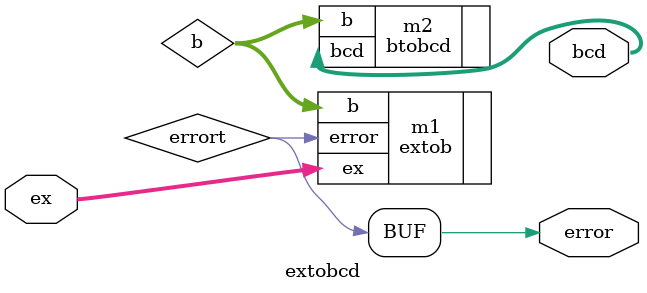
<source format=v>
`timescale 1ns / 1ps


module extobcd(
    input [3:0] ex,
    output [7:0] bcd,
    output error
    );
    wire errort;
    wire [3:0]b;
    extob m1 (.ex(ex), .b(b), .error(errort));
    btobcd m2 (.b(b), .bcd(bcd));
    assign error=errort;
    
endmodule

</source>
